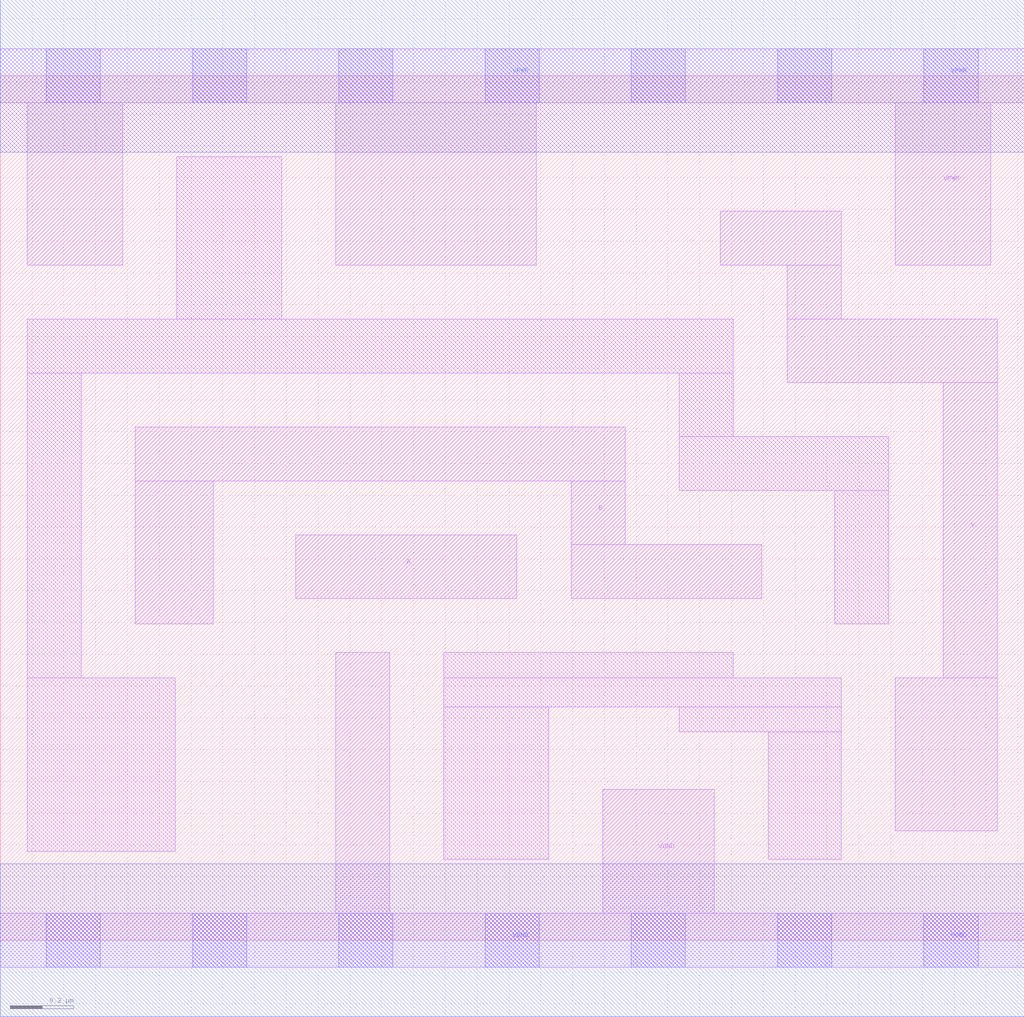
<source format=lef>
# Copyright 2020 The SkyWater PDK Authors
#
# Licensed under the Apache License, Version 2.0 (the "License");
# you may not use this file except in compliance with the License.
# You may obtain a copy of the License at
#
#     https://www.apache.org/licenses/LICENSE-2.0
#
# Unless required by applicable law or agreed to in writing, software
# distributed under the License is distributed on an "AS IS" BASIS,
# WITHOUT WARRANTIES OR CONDITIONS OF ANY KIND, either express or implied.
# See the License for the specific language governing permissions and
# limitations under the License.
#
# SPDX-License-Identifier: Apache-2.0

VERSION 5.7 ;
  NAMESCASESENSITIVE ON ;
  NOWIREEXTENSIONATPIN ON ;
  DIVIDERCHAR "/" ;
  BUSBITCHARS "[]" ;
UNITS
  DATABASE MICRONS 200 ;
END UNITS
MACRO sky130_fd_sc_hd__xnor2_1
  CLASS CORE ;
  SOURCE USER ;
  FOREIGN sky130_fd_sc_hd__xnor2_1 ;
  ORIGIN  0.000000  0.000000 ;
  SIZE  3.220000 BY  2.720000 ;
  SYMMETRY X Y R90 ;
  SITE unithd ;
  PIN A
    ANTENNAGATEAREA  0.495000 ;
    DIRECTION INPUT ;
    USE SIGNAL ;
    PORT
      LAYER li1 ;
        RECT 0.930000 1.075000 1.625000 1.275000 ;
    END
  END A
  PIN B
    ANTENNAGATEAREA  0.495000 ;
    DIRECTION INPUT ;
    USE SIGNAL ;
    PORT
      LAYER li1 ;
        RECT 0.425000 0.995000 0.670000 1.445000 ;
        RECT 0.425000 1.445000 1.965000 1.615000 ;
        RECT 1.795000 1.075000 2.395000 1.245000 ;
        RECT 1.795000 1.245000 1.965000 1.445000 ;
    END
  END B
  PIN Y
    ANTENNADIFFAREA  0.525000 ;
    DIRECTION OUTPUT ;
    USE SIGNAL ;
    PORT
      LAYER li1 ;
        RECT 2.265000 2.125000 2.645000 2.295000 ;
        RECT 2.475000 1.755000 3.135000 1.955000 ;
        RECT 2.475000 1.955000 2.645000 2.125000 ;
        RECT 2.815000 0.345000 3.135000 0.825000 ;
        RECT 2.965000 0.825000 3.135000 1.755000 ;
    END
  END Y
  PIN VGND
    DIRECTION INOUT ;
    SHAPE ABUTMENT ;
    USE GROUND ;
    PORT
      LAYER li1 ;
        RECT 0.000000 -0.085000 3.220000 0.085000 ;
        RECT 1.055000  0.085000 1.225000 0.905000 ;
        RECT 1.895000  0.085000 2.245000 0.475000 ;
      LAYER mcon ;
        RECT 0.145000 -0.085000 0.315000 0.085000 ;
        RECT 0.605000 -0.085000 0.775000 0.085000 ;
        RECT 1.065000 -0.085000 1.235000 0.085000 ;
        RECT 1.525000 -0.085000 1.695000 0.085000 ;
        RECT 1.985000 -0.085000 2.155000 0.085000 ;
        RECT 2.445000 -0.085000 2.615000 0.085000 ;
        RECT 2.905000 -0.085000 3.075000 0.085000 ;
      LAYER met1 ;
        RECT 0.000000 -0.240000 3.220000 0.240000 ;
    END
  END VGND
  PIN VPWR
    DIRECTION INOUT ;
    SHAPE ABUTMENT ;
    USE POWER ;
    PORT
      LAYER li1 ;
        RECT 0.000000 2.635000 3.220000 2.805000 ;
        RECT 0.085000 2.125000 0.385000 2.635000 ;
        RECT 1.055000 2.125000 1.685000 2.635000 ;
        RECT 2.815000 2.125000 3.115000 2.635000 ;
      LAYER mcon ;
        RECT 0.145000 2.635000 0.315000 2.805000 ;
        RECT 0.605000 2.635000 0.775000 2.805000 ;
        RECT 1.065000 2.635000 1.235000 2.805000 ;
        RECT 1.525000 2.635000 1.695000 2.805000 ;
        RECT 1.985000 2.635000 2.155000 2.805000 ;
        RECT 2.445000 2.635000 2.615000 2.805000 ;
        RECT 2.905000 2.635000 3.075000 2.805000 ;
      LAYER met1 ;
        RECT 0.000000 2.480000 3.220000 2.960000 ;
    END
  END VPWR
  OBS
    LAYER li1 ;
      RECT 0.085000 0.280000 0.550000 0.825000 ;
      RECT 0.085000 0.825000 0.255000 1.785000 ;
      RECT 0.085000 1.785000 2.305000 1.955000 ;
      RECT 0.555000 1.955000 0.885000 2.465000 ;
      RECT 1.395000 0.255000 1.725000 0.735000 ;
      RECT 1.395000 0.735000 2.645000 0.825000 ;
      RECT 1.395000 0.825000 2.305000 0.905000 ;
      RECT 2.135000 0.655000 2.645000 0.735000 ;
      RECT 2.135000 1.415000 2.795000 1.585000 ;
      RECT 2.135000 1.585000 2.305000 1.785000 ;
      RECT 2.415000 0.255000 2.645000 0.655000 ;
      RECT 2.625000 0.995000 2.795000 1.415000 ;
  END
END sky130_fd_sc_hd__xnor2_1

</source>
